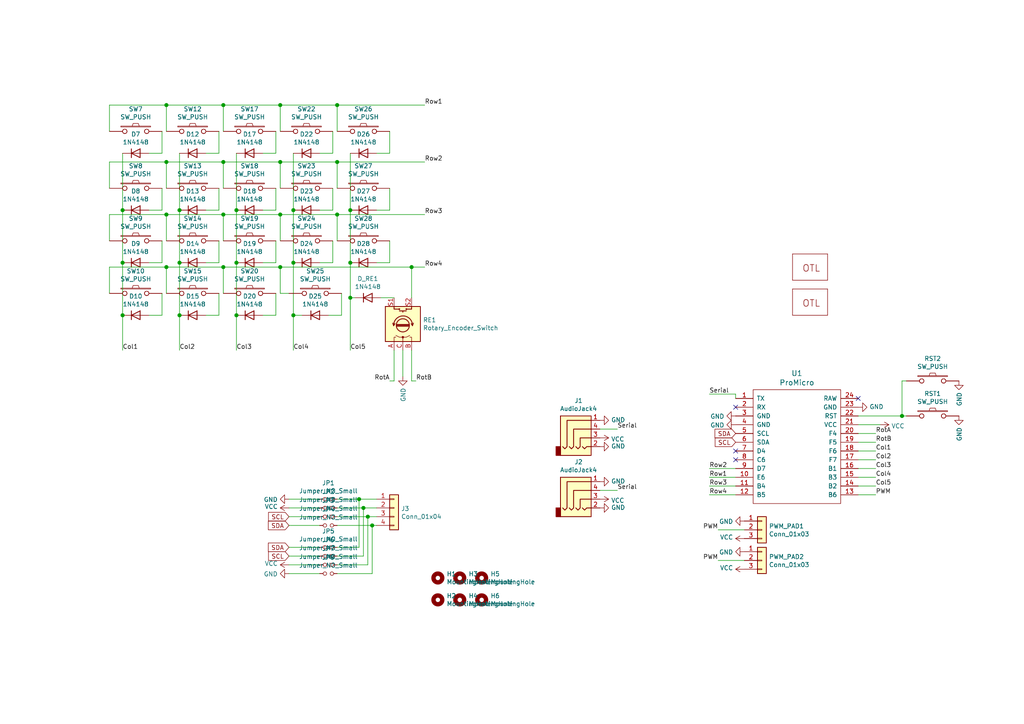
<source format=kicad_sch>
(kicad_sch (version 20210621) (generator eeschema)
  (paper "A4")
  (lib_symbols
    (symbol "Connector:AudioJack4"
      (property "Reference" "J" (at 0 8.89 0))
      (property "Value" "AudioJack4" (at 0 6.35 0))
      (symbol "AudioJack4_0_1"
        (rectangle (start -6.35 -5.08) (end -7.62 -7.62) (stroke (width 0.254)) (fill (type outline)))
        (rectangle (start 2.54 3.81) (end -6.35 -7.62) (stroke (width 0.254)) (fill (type background)))
        (polyline (pts (xy 0 -5.08) (xy 0.635 -5.715) (xy 1.27 -5.08) (xy 2.54 -5.08)) (stroke (width 0.254)))
        (polyline (pts (xy -5.715 -5.08) (xy -5.08 -5.715) (xy -4.445 -5.08) (xy -4.445 2.54) (xy 2.54 2.54)) (stroke (width 0.254)))
        (polyline (pts (xy -1.905 -5.08) (xy -1.27 -5.715) (xy -0.635 -5.08) (xy -0.635 -2.54) (xy 2.54 -2.54)) (stroke (width 0.254)))
        (polyline (pts (xy 2.54 0) (xy -2.54 0) (xy -2.54 -5.08) (xy -3.175 -5.715) (xy -3.81 -5.08)) (stroke (width 0.254)))
      )
      (symbol "AudioJack4_1_1"
        (pin passive line (at 5.08 2.54 180) (length 2.54) (name "~") (number "1"))
        (pin passive line (at 5.08 -5.08 180) (length 2.54) (name "~") (number "2"))
        (pin passive line (at 5.08 -2.54 180) (length 2.54) (name "~") (number "3"))
        (pin passive line (at 5.08 0 180) (length 2.54) (name "~") (number "4"))
      )
    )
    (symbol "Connector_Generic:Conn_01x03" (pin_names (offset 1.016) hide)
      (property "Reference" "J" (at 0 5.08 0))
      (property "Value" "Conn_01x03" (at 0 -5.08 0))
      (symbol "Conn_01x03_1_1"
        (rectangle (start -1.27 -2.413) (end 0 -2.667) (stroke (width 0.1524)))
        (rectangle (start -1.27 0.127) (end 0 -0.127) (stroke (width 0.1524)))
        (rectangle (start -1.27 2.667) (end 0 2.413) (stroke (width 0.1524)))
        (rectangle (start -1.27 3.81) (end 1.27 -3.81) (stroke (width 0.254)) (fill (type background)))
        (pin passive line (at -5.08 2.54 0) (length 3.81) (name "Pin_1") (number "1"))
        (pin passive line (at -5.08 0 0) (length 3.81) (name "Pin_2") (number "2"))
        (pin passive line (at -5.08 -2.54 0) (length 3.81) (name "Pin_3") (number "3"))
      )
    )
    (symbol "Connector_Generic:Conn_01x04" (pin_names (offset 1.016) hide)
      (property "Reference" "J" (at 0 5.08 0))
      (property "Value" "Conn_01x04" (at 0 -7.62 0))
      (symbol "Conn_01x04_1_1"
        (rectangle (start -1.27 -4.953) (end 0 -5.207) (stroke (width 0.1524)))
        (rectangle (start -1.27 -2.413) (end 0 -2.667) (stroke (width 0.1524)))
        (rectangle (start -1.27 0.127) (end 0 -0.127) (stroke (width 0.1524)))
        (rectangle (start -1.27 2.667) (end 0 2.413) (stroke (width 0.1524)))
        (rectangle (start -1.27 3.81) (end 1.27 -6.35) (stroke (width 0.254)) (fill (type background)))
        (pin passive line (at -5.08 2.54 0) (length 3.81) (name "Pin_1") (number "1"))
        (pin passive line (at -5.08 0 0) (length 3.81) (name "Pin_2") (number "2"))
        (pin passive line (at -5.08 -2.54 0) (length 3.81) (name "Pin_3") (number "3"))
        (pin passive line (at -5.08 -5.08 0) (length 3.81) (name "Pin_4") (number "4"))
      )
    )
    (symbol "Device:Jumper_NO_Small" (pin_numbers hide) (pin_names (offset 0.762) hide)
      (property "Reference" "JP" (at 0 2.032 0))
      (property "Value" "Jumper_NO_Small" (at 0.254 -1.524 0))
      (symbol "Jumper_NO_Small_0_1"
        (circle (center -1.016 0) (radius 0.508))
        (circle (center 1.016 0) (radius 0.508))
        (pin passive line (at -2.54 0 0) (length 1.016) (name "1") (number "1"))
        (pin passive line (at 2.54 0 180) (length 1.016) (name "2") (number "2"))
      )
    )
    (symbol "Device:Rotary_Encoder_Switch" (pin_names (offset 0.254) hide)
      (property "Reference" "SW" (at 0 6.604 0))
      (property "Value" "Rotary_Encoder_Switch" (at 0 -6.604 0))
      (symbol "Rotary_Encoder_Switch_0_1"
        (arc (start -0.381 -2.794) (end -0.381 2.667) (radius (at -0.381 -0.0508) (length 2.7432) (angles -89.9 89.9)) (stroke (width 0.254)))
        (circle (center -0.381 0) (radius 1.905) (stroke (width 0.254)))
        (circle (center 4.318 -1.016) (radius 0.127) (stroke (width 0.254)))
        (circle (center 4.318 1.016) (radius 0.127) (stroke (width 0.254)))
        (circle (center -3.81 0) (radius 0.254) (fill (type outline)))
        (rectangle (start -5.08 5.08) (end 5.08 -5.08) (stroke (width 0.254)) (fill (type background)))
        (polyline (pts (xy -0.635 -1.778) (xy -0.635 1.778)) (stroke (width 0.254)))
        (polyline (pts (xy -0.381 -1.778) (xy -0.381 1.778)) (stroke (width 0.254)))
        (polyline (pts (xy -0.127 1.778) (xy -0.127 -1.778)) (stroke (width 0.254)))
        (polyline (pts (xy 3.81 0) (xy 3.429 0)) (stroke (width 0.254)))
        (polyline (pts (xy 3.81 1.016) (xy 3.81 -1.016)) (stroke (width 0.254)))
        (polyline (pts (xy -5.08 -2.54) (xy -3.81 -2.54) (xy -3.81 -2.032)))
        (polyline (pts (xy -5.08 2.54) (xy -3.81 2.54) (xy -3.81 2.032)))
        (polyline (pts (xy 0.254 -3.048) (xy -0.508 -2.794) (xy 0.127 -2.413)) (stroke (width 0.254)))
        (polyline (pts (xy 0.254 2.921) (xy -0.508 2.667) (xy 0.127 2.286)) (stroke (width 0.254)))
        (polyline (pts (xy 5.08 -2.54) (xy 4.318 -2.54) (xy 4.318 -1.016)) (stroke (width 0.254)))
        (polyline (pts (xy 5.08 2.54) (xy 4.318 2.54) (xy 4.318 1.016)) (stroke (width 0.254)))
        (polyline (pts (xy -5.08 0) (xy -3.81 0) (xy -3.81 -1.016) (xy -3.302 -2.032)))
        (polyline (pts (xy -4.318 0) (xy -3.81 0) (xy -3.81 1.016) (xy -3.302 2.032)))
      )
      (symbol "Rotary_Encoder_Switch_1_1"
        (pin passive line (at -7.62 2.54 0) (length 2.54) (name "A") (number "A"))
        (pin passive line (at -7.62 -2.54 0) (length 2.54) (name "B") (number "B"))
        (pin passive line (at -7.62 0 0) (length 2.54) (name "C") (number "C"))
        (pin passive line (at 7.62 2.54 180) (length 2.54) (name "S1") (number "S1"))
        (pin passive line (at 7.62 -2.54 180) (length 2.54) (name "S2") (number "S2"))
      )
    )
    (symbol "Diode:1N4148" (pin_numbers hide) (pin_names (offset 1.016) hide)
      (property "Reference" "D" (at 0 2.54 0))
      (property "Value" "1N4148" (at 0 -2.54 0))
      (symbol "1N4148_0_1"
        (polyline (pts (xy -1.27 1.27) (xy -1.27 -1.27)) (stroke (width 0.254)))
        (polyline (pts (xy 1.27 0) (xy -1.27 0)))
        (polyline (pts (xy 1.27 1.27) (xy 1.27 -1.27) (xy -1.27 0) (xy 1.27 1.27)) (stroke (width 0.254)))
      )
      (symbol "1N4148_1_1"
        (pin passive line (at -3.81 0 0) (length 2.54) (name "K") (number "1"))
        (pin passive line (at 3.81 0 180) (length 2.54) (name "A") (number "2"))
      )
    )
    (symbol "Mechanical:MountingHole" (pin_names (offset 1.016))
      (property "Reference" "H" (at 0 5.08 0))
      (property "Value" "MountingHole" (at 0 3.175 0))
      (symbol "MountingHole_0_1"
        (circle (center 0 0) (radius 1.27) (stroke (width 1.27)))
      )
    )
    (symbol "SparkFun-Aesthetics:LOGO-OTL" (pin_numbers hide) (pin_names (offset 1.016) hide)
      (symbol "LOGO-OTL_1_0"
        (text "OTL" (at 0.3556 -1.5748 0) (effects (font (size 1.9304 1.9304))))
        (polyline (pts (xy -5.08 -5.08) (xy 5.08 -5.08)))
        (polyline (pts (xy -5.08 2.54) (xy -5.08 -5.08)))
        (polyline (pts (xy 5.08 -5.08) (xy 5.08 2.54)))
        (polyline (pts (xy 5.08 2.54) (xy -5.08 2.54)))
      )
    )
    (symbol "keyboard_parts:SW_PUSH" (pin_numbers hide) (pin_names (offset 1.016) hide)
      (property "Reference" "SW" (at 3.81 2.794 0))
      (property "Value" "SW_PUSH" (at 0 -2.032 0))
      (symbol "SW_PUSH_0_1"
        (rectangle (start -4.318 1.27) (end 4.318 1.524))
        (polyline (pts (xy -1.016 1.524) (xy -0.762 2.286) (xy 0.762 2.286) (xy 1.016 1.524)))
        (pin passive inverted (at -7.62 0 0) (length 5.08) (name "1") (number "1"))
        (pin passive inverted (at 7.62 0 180) (length 5.08) (name "2") (number "2"))
      )
    )
    (symbol "power:GND" (power) (pin_names (offset 0))
      (property "Value" "GND" (at 0 -3.81 0))
      (symbol "GND_0_1"
        (polyline (pts (xy 0 0) (xy 0 -1.27) (xy 1.27 -1.27) (xy 0 -2.54) (xy -1.27 -1.27) (xy 0 -1.27)))
      )
      (symbol "GND_1_1"
        (pin power_in line (at 0 0 270) (length 0) hide (name "GND") (number "1"))
      )
    )
    (symbol "power:VCC" (power) (pin_names (offset 0))
      (property "Value" "VCC" (at 0 3.81 0))
      (symbol "VCC_0_1"
        (polyline (pts (xy -0.762 1.27) (xy 0 2.54)))
        (polyline (pts (xy 0 0) (xy 0 2.54)))
        (polyline (pts (xy 0 2.54) (xy 0.762 1.27)))
      )
      (symbol "VCC_1_1"
        (pin power_in line (at 0 0 90) (length 0) hide (name "VCC") (number "1"))
      )
    )
    (symbol "promicro:ProMicro" (pin_names (offset 1.016))
      (property "Reference" "U" (at 0 24.13 0))
      (property "Value" "ProMicro" (at 0 -13.97 0))
      (symbol "ProMicro_0_1"
        (rectangle (start -12.7 21.59) (end 12.7 -11.43))
      )
      (symbol "ProMicro_1_1"
        (pin bidirectional line (at -17.78 19.05 0) (length 5.08) (name "TX") (number "1"))
        (pin bidirectional line (at -17.78 -3.81 0) (length 5.08) (name "E6") (number "10"))
        (pin bidirectional line (at -17.78 -6.35 0) (length 5.08) (name "B4") (number "11"))
        (pin bidirectional line (at -17.78 -8.89 0) (length 5.08) (name "B5") (number "12"))
        (pin bidirectional line (at 17.78 -8.89 180) (length 5.08) (name "B6") (number "13"))
        (pin bidirectional line (at 17.78 -6.35 180) (length 5.08) (name "B2") (number "14"))
        (pin bidirectional line (at 17.78 -3.81 180) (length 5.08) (name "B3") (number "15"))
        (pin bidirectional line (at 17.78 -1.27 180) (length 5.08) (name "B1") (number "16"))
        (pin bidirectional line (at 17.78 1.27 180) (length 5.08) (name "F7") (number "17"))
        (pin bidirectional line (at 17.78 3.81 180) (length 5.08) (name "F6") (number "18"))
        (pin bidirectional line (at 17.78 6.35 180) (length 5.08) (name "F5") (number "19"))
        (pin bidirectional line (at -17.78 16.51 0) (length 5.08) (name "RX") (number "2"))
        (pin bidirectional line (at 17.78 8.89 180) (length 5.08) (name "F4") (number "20"))
        (pin power_in line (at 17.78 11.43 180) (length 5.08) (name "VCC") (number "21"))
        (pin input line (at 17.78 13.97 180) (length 5.08) (name "RST") (number "22"))
        (pin power_in line (at 17.78 16.51 180) (length 5.08) (name "GND") (number "23"))
        (pin power_out line (at 17.78 19.05 180) (length 5.08) (name "RAW") (number "24"))
        (pin power_in line (at -17.78 13.97 0) (length 5.08) (name "GND") (number "3"))
        (pin power_in line (at -17.78 11.43 0) (length 5.08) (name "GND") (number "4"))
        (pin bidirectional line (at -17.78 8.89 0) (length 5.08) (name "SCL") (number "5"))
        (pin bidirectional line (at -17.78 6.35 0) (length 5.08) (name "SDA") (number "6"))
        (pin bidirectional line (at -17.78 3.81 0) (length 5.08) (name "D4") (number "7"))
        (pin bidirectional line (at -17.78 1.27 0) (length 5.08) (name "C6") (number "8"))
        (pin bidirectional line (at -17.78 -1.27 0) (length 5.08) (name "D7") (number "9"))
      )
    )
  )
  (junction (at 35.56 60.96) (diameter 1.016))
  (junction (at 35.56 76.2) (diameter 1.016))
  (junction (at 35.56 91.44) (diameter 1.016))
  (junction (at 48.26 30.48) (diameter 1.016))
  (junction (at 48.26 46.99) (diameter 1.016))
  (junction (at 48.26 62.23) (diameter 1.016))
  (junction (at 48.26 77.47) (diameter 1.016))
  (junction (at 52.07 60.96) (diameter 1.016))
  (junction (at 52.07 76.2) (diameter 1.016))
  (junction (at 52.07 91.44) (diameter 1.016))
  (junction (at 64.77 30.48) (diameter 1.016))
  (junction (at 64.77 46.99) (diameter 1.016))
  (junction (at 64.77 62.23) (diameter 1.016))
  (junction (at 64.77 77.47) (diameter 1.016))
  (junction (at 68.58 60.96) (diameter 1.016))
  (junction (at 68.58 76.2) (diameter 1.016))
  (junction (at 68.58 91.44) (diameter 1.016))
  (junction (at 81.28 30.48) (diameter 1.016))
  (junction (at 81.28 46.99) (diameter 1.016))
  (junction (at 81.28 62.23) (diameter 1.016))
  (junction (at 81.28 77.47) (diameter 1.016))
  (junction (at 85.09 60.96) (diameter 1.016))
  (junction (at 85.09 76.2) (diameter 1.016))
  (junction (at 85.09 91.44) (diameter 1.016))
  (junction (at 97.79 30.48) (diameter 1.016))
  (junction (at 97.79 46.99) (diameter 1.016))
  (junction (at 97.79 62.23) (diameter 1.016))
  (junction (at 101.6 60.96) (diameter 1.016))
  (junction (at 101.6 76.2) (diameter 1.016))
  (junction (at 101.6 86.36) (diameter 1.016))
  (junction (at 104.14 144.78) (diameter 1.016))
  (junction (at 105.41 147.32) (diameter 1.016))
  (junction (at 106.68 149.86) (diameter 1.016))
  (junction (at 107.95 152.4) (diameter 1.016))
  (junction (at 119.38 77.47) (diameter 1.016))
  (junction (at 261.62 120.65) (diameter 1.016))
  (no_connect (at 213.36 118.11))
  (no_connect (at 213.36 130.81))
  (no_connect (at 213.36 133.35))
  (no_connect (at 248.92 115.57))
  (wire (pts (xy 31.75 30.48) (xy 48.26 30.48)))
  (wire (pts (xy 31.75 38.1) (xy 31.75 30.48)))
  (wire (pts (xy 31.75 46.99) (xy 48.26 46.99)))
  (wire (pts (xy 31.75 54.61) (xy 31.75 46.99)))
  (wire (pts (xy 31.75 62.23) (xy 48.26 62.23)))
  (wire (pts (xy 31.75 69.85) (xy 31.75 62.23)))
  (wire (pts (xy 31.75 77.47) (xy 48.26 77.47)))
  (wire (pts (xy 31.75 85.09) (xy 31.75 77.47)))
  (wire (pts (xy 35.56 60.96) (xy 35.56 44.45)))
  (wire (pts (xy 35.56 60.96) (xy 35.56 76.2)))
  (wire (pts (xy 35.56 91.44) (xy 35.56 76.2)))
  (wire (pts (xy 35.56 91.44) (xy 35.56 101.6)))
  (wire (pts (xy 46.99 38.1) (xy 46.99 44.45)))
  (wire (pts (xy 46.99 44.45) (xy 43.18 44.45)))
  (wire (pts (xy 46.99 54.61) (xy 46.99 60.96)))
  (wire (pts (xy 46.99 60.96) (xy 43.18 60.96)))
  (wire (pts (xy 46.99 69.85) (xy 46.99 76.2)))
  (wire (pts (xy 46.99 76.2) (xy 43.18 76.2)))
  (wire (pts (xy 46.99 85.09) (xy 46.99 91.44)))
  (wire (pts (xy 46.99 91.44) (xy 43.18 91.44)))
  (wire (pts (xy 48.26 30.48) (xy 64.77 30.48)))
  (wire (pts (xy 48.26 38.1) (xy 48.26 30.48)))
  (wire (pts (xy 48.26 46.99) (xy 64.77 46.99)))
  (wire (pts (xy 48.26 54.61) (xy 48.26 46.99)))
  (wire (pts (xy 48.26 62.23) (xy 64.77 62.23)))
  (wire (pts (xy 48.26 69.85) (xy 48.26 62.23)))
  (wire (pts (xy 48.26 77.47) (xy 64.77 77.47)))
  (wire (pts (xy 48.26 85.09) (xy 48.26 77.47)))
  (wire (pts (xy 52.07 44.45) (xy 52.07 60.96)))
  (wire (pts (xy 52.07 60.96) (xy 52.07 76.2)))
  (wire (pts (xy 52.07 91.44) (xy 52.07 76.2)))
  (wire (pts (xy 52.07 91.44) (xy 52.07 101.6)))
  (wire (pts (xy 63.5 38.1) (xy 63.5 44.45)))
  (wire (pts (xy 63.5 44.45) (xy 59.69 44.45)))
  (wire (pts (xy 63.5 54.61) (xy 63.5 60.96)))
  (wire (pts (xy 63.5 60.96) (xy 59.69 60.96)))
  (wire (pts (xy 63.5 69.85) (xy 63.5 76.2)))
  (wire (pts (xy 63.5 76.2) (xy 59.69 76.2)))
  (wire (pts (xy 63.5 85.09) (xy 63.5 91.44)))
  (wire (pts (xy 63.5 91.44) (xy 59.69 91.44)))
  (wire (pts (xy 64.77 30.48) (xy 81.28 30.48)))
  (wire (pts (xy 64.77 38.1) (xy 64.77 30.48)))
  (wire (pts (xy 64.77 46.99) (xy 81.28 46.99)))
  (wire (pts (xy 64.77 54.61) (xy 64.77 46.99)))
  (wire (pts (xy 64.77 62.23) (xy 81.28 62.23)))
  (wire (pts (xy 64.77 69.85) (xy 64.77 62.23)))
  (wire (pts (xy 64.77 77.47) (xy 81.28 77.47)))
  (wire (pts (xy 64.77 85.09) (xy 64.77 77.47)))
  (wire (pts (xy 68.58 44.45) (xy 68.58 60.96)))
  (wire (pts (xy 68.58 60.96) (xy 68.58 76.2)))
  (wire (pts (xy 68.58 76.2) (xy 68.58 91.44)))
  (wire (pts (xy 68.58 91.44) (xy 68.58 101.6)))
  (wire (pts (xy 80.01 38.1) (xy 80.01 44.45)))
  (wire (pts (xy 80.01 44.45) (xy 76.2 44.45)))
  (wire (pts (xy 80.01 54.61) (xy 80.01 60.96)))
  (wire (pts (xy 80.01 60.96) (xy 76.2 60.96)))
  (wire (pts (xy 80.01 69.85) (xy 80.01 76.2)))
  (wire (pts (xy 80.01 76.2) (xy 76.2 76.2)))
  (wire (pts (xy 80.01 85.09) (xy 80.01 91.44)))
  (wire (pts (xy 80.01 91.44) (xy 76.2 91.44)))
  (wire (pts (xy 81.28 30.48) (xy 97.79 30.48)))
  (wire (pts (xy 81.28 38.1) (xy 81.28 30.48)))
  (wire (pts (xy 81.28 46.99) (xy 97.79 46.99)))
  (wire (pts (xy 81.28 54.61) (xy 81.28 46.99)))
  (wire (pts (xy 81.28 62.23) (xy 97.79 62.23)))
  (wire (pts (xy 81.28 69.85) (xy 81.28 62.23)))
  (wire (pts (xy 81.28 77.47) (xy 81.28 85.09)))
  (wire (pts (xy 81.28 77.47) (xy 119.38 77.47)))
  (wire (pts (xy 81.28 85.09) (xy 83.82 85.09)))
  (wire (pts (xy 85.09 60.96) (xy 85.09 44.45)))
  (wire (pts (xy 85.09 60.96) (xy 85.09 76.2)))
  (wire (pts (xy 85.09 76.2) (xy 85.09 91.44)))
  (wire (pts (xy 85.09 91.44) (xy 85.09 101.6)))
  (wire (pts (xy 87.63 91.44) (xy 85.09 91.44)))
  (wire (pts (xy 92.71 144.78) (xy 83.82 144.78)))
  (wire (pts (xy 92.71 147.32) (xy 83.82 147.32)))
  (wire (pts (xy 92.71 149.86) (xy 83.82 149.86)))
  (wire (pts (xy 92.71 152.4) (xy 83.82 152.4)))
  (wire (pts (xy 92.71 158.75) (xy 83.82 158.75)))
  (wire (pts (xy 92.71 161.29) (xy 83.82 161.29)))
  (wire (pts (xy 92.71 163.83) (xy 83.82 163.83)))
  (wire (pts (xy 92.71 166.37) (xy 83.82 166.37)))
  (wire (pts (xy 96.52 38.1) (xy 96.52 44.45)))
  (wire (pts (xy 96.52 44.45) (xy 92.71 44.45)))
  (wire (pts (xy 96.52 54.61) (xy 96.52 60.96)))
  (wire (pts (xy 96.52 60.96) (xy 92.71 60.96)))
  (wire (pts (xy 96.52 69.85) (xy 96.52 76.2)))
  (wire (pts (xy 96.52 76.2) (xy 92.71 76.2)))
  (wire (pts (xy 97.79 30.48) (xy 123.19 30.48)))
  (wire (pts (xy 97.79 38.1) (xy 97.79 30.48)))
  (wire (pts (xy 97.79 46.99) (xy 123.19 46.99)))
  (wire (pts (xy 97.79 54.61) (xy 97.79 46.99)))
  (wire (pts (xy 97.79 62.23) (xy 123.19 62.23)))
  (wire (pts (xy 97.79 69.85) (xy 97.79 62.23)))
  (wire (pts (xy 97.79 149.86) (xy 106.68 149.86)))
  (wire (pts (xy 99.06 85.09) (xy 99.06 91.44)))
  (wire (pts (xy 99.06 91.44) (xy 95.25 91.44)))
  (wire (pts (xy 101.6 60.96) (xy 101.6 44.45)))
  (wire (pts (xy 101.6 60.96) (xy 101.6 76.2)))
  (wire (pts (xy 101.6 76.2) (xy 101.6 86.36)))
  (wire (pts (xy 101.6 86.36) (xy 101.6 101.6)))
  (wire (pts (xy 102.87 86.36) (xy 101.6 86.36)))
  (wire (pts (xy 104.14 144.78) (xy 97.79 144.78)))
  (wire (pts (xy 104.14 144.78) (xy 104.14 158.75)))
  (wire (pts (xy 104.14 158.75) (xy 97.79 158.75)))
  (wire (pts (xy 105.41 147.32) (xy 97.79 147.32)))
  (wire (pts (xy 105.41 147.32) (xy 105.41 161.29)))
  (wire (pts (xy 105.41 161.29) (xy 97.79 161.29)))
  (wire (pts (xy 106.68 149.86) (xy 106.68 163.83)))
  (wire (pts (xy 106.68 149.86) (xy 109.22 149.86)))
  (wire (pts (xy 106.68 163.83) (xy 97.79 163.83)))
  (wire (pts (xy 107.95 152.4) (xy 97.79 152.4)))
  (wire (pts (xy 107.95 152.4) (xy 107.95 166.37)))
  (wire (pts (xy 107.95 166.37) (xy 97.79 166.37)))
  (wire (pts (xy 109.22 144.78) (xy 104.14 144.78)))
  (wire (pts (xy 109.22 147.32) (xy 105.41 147.32)))
  (wire (pts (xy 109.22 152.4) (xy 107.95 152.4)))
  (wire (pts (xy 113.03 38.1) (xy 113.03 44.45)))
  (wire (pts (xy 113.03 44.45) (xy 109.22 44.45)))
  (wire (pts (xy 113.03 54.61) (xy 113.03 60.96)))
  (wire (pts (xy 113.03 60.96) (xy 109.22 60.96)))
  (wire (pts (xy 113.03 69.85) (xy 113.03 76.2)))
  (wire (pts (xy 113.03 76.2) (xy 109.22 76.2)))
  (wire (pts (xy 114.3 86.36) (xy 110.49 86.36)))
  (wire (pts (xy 114.3 101.6) (xy 114.3 110.49)))
  (wire (pts (xy 114.3 110.49) (xy 113.03 110.49)))
  (wire (pts (xy 116.84 101.6) (xy 116.84 109.22)))
  (wire (pts (xy 119.38 77.47) (xy 119.38 86.36)))
  (wire (pts (xy 119.38 77.47) (xy 123.19 77.47)))
  (wire (pts (xy 119.38 101.6) (xy 119.38 110.49)))
  (wire (pts (xy 119.38 110.49) (xy 120.65 110.49)))
  (wire (pts (xy 173.99 124.46) (xy 179.07 124.46)))
  (wire (pts (xy 173.99 142.24) (xy 179.07 142.24)))
  (wire (pts (xy 205.74 114.3) (xy 213.36 114.3)))
  (wire (pts (xy 205.74 135.89) (xy 213.36 135.89)))
  (wire (pts (xy 205.74 138.43) (xy 213.36 138.43)))
  (wire (pts (xy 205.74 140.97) (xy 213.36 140.97)))
  (wire (pts (xy 205.74 143.51) (xy 213.36 143.51)))
  (wire (pts (xy 208.28 153.67) (xy 215.9 153.67)))
  (wire (pts (xy 208.28 162.56) (xy 215.9 162.56)))
  (wire (pts (xy 213.36 114.3) (xy 213.36 115.57)))
  (wire (pts (xy 248.92 120.65) (xy 261.62 120.65)))
  (wire (pts (xy 248.92 123.19) (xy 255.27 123.19)))
  (wire (pts (xy 248.92 125.73) (xy 254 125.73)))
  (wire (pts (xy 248.92 128.27) (xy 254 128.27)))
  (wire (pts (xy 248.92 130.81) (xy 254 130.81)))
  (wire (pts (xy 248.92 133.35) (xy 254 133.35)))
  (wire (pts (xy 248.92 135.89) (xy 254 135.89)))
  (wire (pts (xy 248.92 138.43) (xy 254 138.43)))
  (wire (pts (xy 248.92 140.97) (xy 254 140.97)))
  (wire (pts (xy 248.92 143.51) (xy 254 143.51)))
  (wire (pts (xy 261.62 110.49) (xy 262.89 110.49)))
  (wire (pts (xy 261.62 120.65) (xy 261.62 110.49)))
  (wire (pts (xy 261.62 120.65) (xy 262.89 120.65)))
  (label "Col1" (at 35.56 101.6 0))
  (label "Col2" (at 52.07 101.6 0))
  (label "Col3" (at 68.58 101.6 0))
  (label "Col4" (at 85.09 101.6 0))
  (label "Col5" (at 101.6 101.6 0))
  (label "RotA" (at 113.03 110.49 180))
  (label "RotB" (at 120.65 110.49 0))
  (label "Row1" (at 123.19 30.48 0))
  (label "Row2" (at 123.19 46.99 0))
  (label "Row3" (at 123.19 62.23 0))
  (label "Row4" (at 123.19 77.47 0))
  (label "Serial" (at 179.07 124.46 0))
  (label "Serial" (at 179.07 142.24 0))
  (label "Serial" (at 205.74 114.3 0))
  (label "Row2" (at 205.74 135.89 0))
  (label "Row1" (at 205.74 138.43 0))
  (label "Row3" (at 205.74 140.97 0))
  (label "Row4" (at 205.74 143.51 0))
  (label "PWM" (at 208.28 153.67 180))
  (label "PWM" (at 208.28 162.56 180))
  (label "RotA" (at 254 125.73 0))
  (label "RotB" (at 254 128.27 0))
  (label "Col1" (at 254 130.81 0))
  (label "Col2" (at 254 133.35 0))
  (label "Col3" (at 254 135.89 0))
  (label "Col4" (at 254 138.43 0))
  (label "Col5" (at 254 140.97 0))
  (label "PWM" (at 254 143.51 0))
  (global_label "SCL" (shape input) (at 83.82 149.86 180) (property "Intersheet References" "${INTERSHEET_REFS}" (effects hide)))
  (global_label "SDA" (shape input) (at 83.82 152.4 180) (property "Intersheet References" "${INTERSHEET_REFS}" (effects hide)))
  (global_label "SDA" (shape input) (at 83.82 158.75 180) (property "Intersheet References" "${INTERSHEET_REFS}" (effects hide)))
  (global_label "SCL" (shape input) (at 83.82 161.29 180) (property "Intersheet References" "${INTERSHEET_REFS}" (effects hide)))
  (global_label "SDA" (shape input) (at 213.36 125.73 180) (property "Intersheet References" "${INTERSHEET_REFS}" (effects hide)))
  (global_label "SCL" (shape input) (at 213.36 128.27 180) (property "Intersheet References" "${INTERSHEET_REFS}" (effects hide)))
  (symbol (lib_id "power:VCC") (at 83.82 147.32 90) (unit 1)
    (property "Reference" "#PWR0105" (effects hide))
    (property "Value" "VCC" (at 80.5942 146.939 90) (effects (justify left)))
  )
  (symbol (lib_id "power:VCC") (at 83.82 163.83 90) (unit 1)
    (property "Reference" "#PWR0107" (effects hide))
    (property "Value" "VCC" (at 80.5942 163.449 90) (effects (justify left)))
  )
  (symbol (lib_id "power:VCC") (at 173.99 127 270) (unit 1)
    (property "Reference" "#PWR0104" (effects hide))
    (property "Value" "VCC" (at 177.2412 127.381 90) (effects (justify left)))
  )
  (symbol (lib_id "power:VCC") (at 173.99 144.78 270) (unit 1)
    (property "Reference" "#PWR0103" (effects hide))
    (property "Value" "VCC" (at 177.2412 145.161 90) (effects (justify left)))
  )
  (symbol (lib_id "power:VCC") (at 215.9 156.21 90) (unit 1)
    (property "Reference" "#PWR0117" (effects hide))
    (property "Value" "VCC" (at 212.6488 155.829 90) (effects (justify left)))
  )
  (symbol (lib_id "power:VCC") (at 215.9 165.1 90) (unit 1)
    (property "Reference" "#PWR0120" (effects hide))
    (property "Value" "VCC" (at 212.6488 164.719 90) (effects (justify left)))
  )
  (symbol (lib_id "power:VCC") (at 255.27 123.19 270) (unit 1)
    (property "Reference" "#PWR0115" (effects hide))
    (property "Value" "VCC" (at 258.5212 123.571 90) (effects (justify left)))
  )
  (symbol (lib_id "Device:Jumper_NO_Small") (at 95.25 144.78 0) (unit 1)
    (property "Reference" "JP1" (at 95.25 140.081 0))
    (property "Value" "Jumper_NO_Small" (at 95.25 142.3924 0))
    (property "Footprint" "SparkFun-Passives:PAD-JUMPER-2-NO_NO_SILK" (effects hide))
  )
  (symbol (lib_id "Device:Jumper_NO_Small") (at 95.25 147.32 0) (unit 1)
    (property "Reference" "JP2" (at 95.25 142.621 0))
    (property "Value" "Jumper_NO_Small" (at 95.25 144.9324 0))
    (property "Footprint" "SparkFun-Passives:PAD-JUMPER-2-NO_NO_SILK" (effects hide))
  )
  (symbol (lib_id "Device:Jumper_NO_Small") (at 95.25 149.86 0) (unit 1)
    (property "Reference" "JP3" (at 95.25 145.161 0))
    (property "Value" "Jumper_NO_Small" (at 95.25 147.4724 0))
    (property "Footprint" "SparkFun-Passives:PAD-JUMPER-2-NO_NO_SILK" (effects hide))
  )
  (symbol (lib_id "Device:Jumper_NO_Small") (at 95.25 152.4 0) (unit 1)
    (property "Reference" "JP4" (at 95.25 147.701 0))
    (property "Value" "Jumper_NO_Small" (at 95.25 150.0124 0))
    (property "Footprint" "SparkFun-Passives:PAD-JUMPER-2-NO_NO_SILK" (effects hide))
  )
  (symbol (lib_id "Device:Jumper_NO_Small") (at 95.25 158.75 0) (unit 1)
    (property "Reference" "JP5" (at 95.25 154.051 0))
    (property "Value" "Jumper_NO_Small" (at 95.25 156.3624 0))
    (property "Footprint" "SparkFun-Passives:PAD-JUMPER-2-NO_NO_SILK" (effects hide))
  )
  (symbol (lib_id "Device:Jumper_NO_Small") (at 95.25 161.29 0) (unit 1)
    (property "Reference" "JP6" (at 95.25 156.591 0))
    (property "Value" "Jumper_NO_Small" (at 95.25 158.9024 0))
    (property "Footprint" "SparkFun-Passives:PAD-JUMPER-2-NO_NO_SILK" (effects hide))
  )
  (symbol (lib_id "Device:Jumper_NO_Small") (at 95.25 163.83 0) (unit 1)
    (property "Reference" "JP7" (at 95.25 159.131 0))
    (property "Value" "Jumper_NO_Small" (at 95.25 161.4424 0))
    (property "Footprint" "SparkFun-Passives:PAD-JUMPER-2-NO_NO_SILK" (effects hide))
  )
  (symbol (lib_id "Device:Jumper_NO_Small") (at 95.25 166.37 0) (unit 1)
    (property "Reference" "JP8" (at 95.25 161.671 0))
    (property "Value" "Jumper_NO_Small" (at 95.25 163.9824 0))
    (property "Footprint" "SparkFun-Passives:PAD-JUMPER-2-NO_NO_SILK" (effects hide))
  )
  (symbol (lib_id "power:GND") (at 83.82 144.78 270) (unit 1)
    (property "Reference" "#PWR0106" (effects hide))
    (property "Value" "GND" (at 80.5688 144.907 90) (effects (justify right)))
  )
  (symbol (lib_id "power:GND") (at 83.82 166.37 270) (unit 1)
    (property "Reference" "#PWR0108" (effects hide))
    (property "Value" "GND" (at 80.5688 166.497 90) (effects (justify right)))
  )
  (symbol (lib_id "power:GND") (at 116.84 109.22 0) (unit 1)
    (property "Reference" "#PWR0121" (effects hide))
    (property "Value" "GND" (at 116.967 112.4712 90) (effects (justify right)))
  )
  (symbol (lib_id "power:GND") (at 173.99 121.92 90) (unit 1)
    (property "Reference" "#PWR0101" (effects hide))
    (property "Value" "GND" (at 177.2412 121.793 90) (effects (justify right)))
  )
  (symbol (lib_id "power:GND") (at 173.99 129.54 90) (unit 1)
    (property "Reference" "#PWR0109" (effects hide))
    (property "Value" "GND" (at 177.2412 129.413 90) (effects (justify right)))
  )
  (symbol (lib_id "power:GND") (at 173.99 139.7 90) (unit 1)
    (property "Reference" "#PWR0102" (effects hide))
    (property "Value" "GND" (at 177.2412 139.573 90) (effects (justify right)))
  )
  (symbol (lib_id "power:GND") (at 173.99 147.32 90) (unit 1)
    (property "Reference" "#PWR0110" (effects hide))
    (property "Value" "GND" (at 177.2412 147.193 90) (effects (justify right)))
  )
  (symbol (lib_id "power:GND") (at 213.36 120.65 270) (unit 1)
    (property "Reference" "#PWR0111" (effects hide))
    (property "Value" "GND" (at 210.1088 120.777 90) (effects (justify right)))
  )
  (symbol (lib_id "power:GND") (at 213.36 123.19 270) (unit 1)
    (property "Reference" "#PWR0112" (effects hide))
    (property "Value" "GND" (at 210.1088 123.317 90) (effects (justify right)))
  )
  (symbol (lib_id "power:GND") (at 215.9 151.13 270) (unit 1)
    (property "Reference" "#PWR0116" (effects hide))
    (property "Value" "GND" (at 212.6488 151.257 90) (effects (justify right)))
  )
  (symbol (lib_id "power:GND") (at 215.9 160.02 270) (unit 1)
    (property "Reference" "#PWR0119" (effects hide))
    (property "Value" "GND" (at 212.6488 160.147 90) (effects (justify right)))
  )
  (symbol (lib_id "power:GND") (at 248.92 118.11 90) (unit 1)
    (property "Reference" "#PWR0113" (effects hide))
    (property "Value" "GND" (at 252.1712 117.983 90) (effects (justify right)))
  )
  (symbol (lib_id "power:GND") (at 278.13 110.49 0) (unit 1)
    (property "Reference" "#PWR0118" (effects hide))
    (property "Value" "GND" (at 278.257 113.7412 90) (effects (justify right)))
  )
  (symbol (lib_id "power:GND") (at 278.13 120.65 0) (unit 1)
    (property "Reference" "#PWR0114" (effects hide))
    (property "Value" "GND" (at 278.257 123.9012 90) (effects (justify right)))
  )
  (symbol (lib_id "Mechanical:MountingHole") (at 127 167.64 0) (unit 1)
    (property "Reference" "H1" (at 129.54 166.4716 0) (effects (justify left)))
    (property "Value" "MountingHole" (at 129.54 168.783 0) (effects (justify left)))
    (property "Footprint" "MountingHole:MountingHole_2.2mm_M2" (effects hide))
  )
  (symbol (lib_id "Mechanical:MountingHole") (at 127 173.99 0) (unit 1)
    (property "Reference" "H2" (at 129.54 172.8216 0) (effects (justify left)))
    (property "Value" "MountingHole" (at 129.54 175.133 0) (effects (justify left)))
    (property "Footprint" "MountingHole:MountingHole_2.2mm_M2" (effects hide))
  )
  (symbol (lib_id "Mechanical:MountingHole") (at 133.35 167.64 0) (unit 1)
    (property "Reference" "H3" (at 135.89 166.4716 0) (effects (justify left)))
    (property "Value" "MountingHole" (at 135.89 168.783 0) (effects (justify left)))
    (property "Footprint" "MountingHole:MountingHole_2.2mm_M2" (effects hide))
  )
  (symbol (lib_id "Mechanical:MountingHole") (at 133.35 173.99 0) (unit 1)
    (property "Reference" "H4" (at 135.89 172.8216 0) (effects (justify left)))
    (property "Value" "MountingHole" (at 135.89 175.133 0) (effects (justify left)))
    (property "Footprint" "MountingHole:MountingHole_2.2mm_M2" (effects hide))
  )
  (symbol (lib_id "Mechanical:MountingHole") (at 139.7 167.64 0) (unit 1)
    (property "Reference" "H5" (at 142.24 166.4716 0) (effects (justify left)))
    (property "Value" "MountingHole" (at 142.24 168.783 0) (effects (justify left)))
    (property "Footprint" "MountingHole:MountingHole_2.2mm_M2" (effects hide))
  )
  (symbol (lib_id "Mechanical:MountingHole") (at 139.7 173.99 0) (unit 1)
    (property "Reference" "H6" (at 142.24 172.8216 0) (effects (justify left)))
    (property "Value" "MountingHole" (at 142.24 175.133 0) (effects (justify left)))
    (property "Footprint" "MountingHole:MountingHole_2.2mm_M2" (effects hide))
  )
  (symbol (lib_id "Diode:1N4148") (at 39.37 44.45 0) (unit 1)
    (property "Reference" "D7" (at 39.37 38.9382 0))
    (property "Value" "1N4148" (at 39.37 41.2496 0))
    (property "Footprint" "Keebio-Parts:Diode-dual" (effects hide))
    (property "Datasheet" "https://assets.nexperia.com/documents/data-sheet/1N4148_1N4448.pdf" (effects hide))
  )
  (symbol (lib_id "Diode:1N4148") (at 39.37 60.96 0) (unit 1)
    (property "Reference" "D8" (at 39.37 55.4482 0))
    (property "Value" "1N4148" (at 39.37 57.7596 0))
    (property "Footprint" "Keebio-Parts:Diode-dual" (effects hide))
    (property "Datasheet" "https://assets.nexperia.com/documents/data-sheet/1N4148_1N4448.pdf" (effects hide))
  )
  (symbol (lib_id "Diode:1N4148") (at 39.37 76.2 0) (unit 1)
    (property "Reference" "D9" (at 39.37 70.6882 0))
    (property "Value" "1N4148" (at 39.37 72.9996 0))
    (property "Footprint" "Keebio-Parts:Diode-dual" (effects hide))
    (property "Datasheet" "https://assets.nexperia.com/documents/data-sheet/1N4148_1N4448.pdf" (effects hide))
  )
  (symbol (lib_id "Diode:1N4148") (at 39.37 91.44 0) (unit 1)
    (property "Reference" "D10" (at 39.37 85.9282 0))
    (property "Value" "1N4148" (at 39.37 88.2396 0))
    (property "Footprint" "Keebio-Parts:Diode-dual" (effects hide))
    (property "Datasheet" "https://assets.nexperia.com/documents/data-sheet/1N4148_1N4448.pdf" (effects hide))
  )
  (symbol (lib_id "Diode:1N4148") (at 55.88 44.45 0) (unit 1)
    (property "Reference" "D12" (at 55.88 38.9382 0))
    (property "Value" "1N4148" (at 55.88 41.2496 0))
    (property "Footprint" "Keebio-Parts:Diode-dual" (effects hide))
    (property "Datasheet" "https://assets.nexperia.com/documents/data-sheet/1N4148_1N4448.pdf" (effects hide))
  )
  (symbol (lib_id "Diode:1N4148") (at 55.88 60.96 0) (unit 1)
    (property "Reference" "D13" (at 55.88 55.4482 0))
    (property "Value" "1N4148" (at 55.88 57.7596 0))
    (property "Footprint" "Keebio-Parts:Diode-dual" (effects hide))
    (property "Datasheet" "https://assets.nexperia.com/documents/data-sheet/1N4148_1N4448.pdf" (effects hide))
  )
  (symbol (lib_id "Diode:1N4148") (at 55.88 76.2 0) (unit 1)
    (property "Reference" "D14" (at 55.88 70.6882 0))
    (property "Value" "1N4148" (at 55.88 72.9996 0))
    (property "Footprint" "Keebio-Parts:Diode-dual" (effects hide))
    (property "Datasheet" "https://assets.nexperia.com/documents/data-sheet/1N4148_1N4448.pdf" (effects hide))
  )
  (symbol (lib_id "Diode:1N4148") (at 55.88 91.44 0) (unit 1)
    (property "Reference" "D15" (at 55.88 85.9282 0))
    (property "Value" "1N4148" (at 55.88 88.2396 0))
    (property "Footprint" "Keebio-Parts:Diode-dual" (effects hide))
    (property "Datasheet" "https://assets.nexperia.com/documents/data-sheet/1N4148_1N4448.pdf" (effects hide))
  )
  (symbol (lib_id "Diode:1N4148") (at 72.39 44.45 0) (unit 1)
    (property "Reference" "D17" (at 72.39 38.9382 0))
    (property "Value" "1N4148" (at 72.39 41.2496 0))
    (property "Footprint" "Keebio-Parts:Diode-dual" (effects hide))
    (property "Datasheet" "https://assets.nexperia.com/documents/data-sheet/1N4148_1N4448.pdf" (effects hide))
  )
  (symbol (lib_id "Diode:1N4148") (at 72.39 60.96 0) (unit 1)
    (property "Reference" "D18" (at 72.39 55.4482 0))
    (property "Value" "1N4148" (at 72.39 57.7596 0))
    (property "Footprint" "Keebio-Parts:Diode-dual" (effects hide))
    (property "Datasheet" "https://assets.nexperia.com/documents/data-sheet/1N4148_1N4448.pdf" (effects hide))
  )
  (symbol (lib_id "Diode:1N4148") (at 72.39 76.2 0) (unit 1)
    (property "Reference" "D19" (at 72.39 70.6882 0))
    (property "Value" "1N4148" (at 72.39 72.9996 0))
    (property "Footprint" "Keebio-Parts:Diode-dual" (effects hide))
    (property "Datasheet" "https://assets.nexperia.com/documents/data-sheet/1N4148_1N4448.pdf" (effects hide))
  )
  (symbol (lib_id "Diode:1N4148") (at 72.39 91.44 0) (unit 1)
    (property "Reference" "D20" (at 72.39 85.9282 0))
    (property "Value" "1N4148" (at 72.39 88.2396 0))
    (property "Footprint" "Keebio-Parts:Diode-dual" (effects hide))
    (property "Datasheet" "https://assets.nexperia.com/documents/data-sheet/1N4148_1N4448.pdf" (effects hide))
  )
  (symbol (lib_id "Diode:1N4148") (at 88.9 44.45 0) (unit 1)
    (property "Reference" "D22" (at 88.9 38.9382 0))
    (property "Value" "1N4148" (at 88.9 41.2496 0))
    (property "Footprint" "Keebio-Parts:Diode-dual" (effects hide))
    (property "Datasheet" "https://assets.nexperia.com/documents/data-sheet/1N4148_1N4448.pdf" (effects hide))
  )
  (symbol (lib_id "Diode:1N4148") (at 88.9 60.96 0) (unit 1)
    (property "Reference" "D23" (at 88.9 55.4482 0))
    (property "Value" "1N4148" (at 88.9 57.7596 0))
    (property "Footprint" "Keebio-Parts:Diode-dual" (effects hide))
    (property "Datasheet" "https://assets.nexperia.com/documents/data-sheet/1N4148_1N4448.pdf" (effects hide))
  )
  (symbol (lib_id "Diode:1N4148") (at 88.9 76.2 0) (unit 1)
    (property "Reference" "D24" (at 88.9 70.6882 0))
    (property "Value" "1N4148" (at 88.9 72.9996 0))
    (property "Footprint" "Keebio-Parts:Diode-dual" (effects hide))
    (property "Datasheet" "https://assets.nexperia.com/documents/data-sheet/1N4148_1N4448.pdf" (effects hide))
  )
  (symbol (lib_id "Diode:1N4148") (at 91.44 91.44 0) (unit 1)
    (property "Reference" "D25" (at 91.44 85.9282 0))
    (property "Value" "1N4148" (at 91.44 88.2396 0))
    (property "Footprint" "Keebio-Parts:Diode-dual" (effects hide))
    (property "Datasheet" "https://assets.nexperia.com/documents/data-sheet/1N4148_1N4448.pdf" (effects hide))
  )
  (symbol (lib_id "Diode:1N4148") (at 105.41 44.45 0) (unit 1)
    (property "Reference" "D26" (at 105.41 38.9382 0))
    (property "Value" "1N4148" (at 105.41 41.2496 0))
    (property "Footprint" "Keebio-Parts:Diode-dual" (effects hide))
    (property "Datasheet" "https://assets.nexperia.com/documents/data-sheet/1N4148_1N4448.pdf" (effects hide))
  )
  (symbol (lib_id "Diode:1N4148") (at 105.41 60.96 0) (unit 1)
    (property "Reference" "D27" (at 105.41 55.4482 0))
    (property "Value" "1N4148" (at 105.41 57.7596 0))
    (property "Footprint" "Keebio-Parts:Diode-dual" (effects hide))
    (property "Datasheet" "https://assets.nexperia.com/documents/data-sheet/1N4148_1N4448.pdf" (effects hide))
  )
  (symbol (lib_id "Diode:1N4148") (at 105.41 76.2 0) (unit 1)
    (property "Reference" "D28" (at 105.41 70.6882 0))
    (property "Value" "1N4148" (at 105.41 72.9996 0))
    (property "Footprint" "Keebio-Parts:Diode-dual" (effects hide))
    (property "Datasheet" "https://assets.nexperia.com/documents/data-sheet/1N4148_1N4448.pdf" (effects hide))
  )
  (symbol (lib_id "Diode:1N4148") (at 106.68 86.36 0) (unit 1)
    (property "Reference" "D_RE1" (at 106.68 80.8482 0))
    (property "Value" "1N4148" (at 106.68 83.1596 0))
    (property "Footprint" "Keebio-Parts:Diode-dual" (effects hide))
    (property "Datasheet" "https://assets.nexperia.com/documents/data-sheet/1N4148_1N4448.pdf" (effects hide))
  )
  (symbol (lib_id "keyboard_parts:SW_PUSH") (at 39.37 38.1 0) (unit 1)
    (property "Reference" "SW7" (at 39.37 31.623 0))
    (property "Value" "SW_PUSH" (at 39.37 33.9344 0))
    (property "Footprint" "Keebio-Parts:Triple-Dual-1u-LED" (effects hide))
  )
  (symbol (lib_id "keyboard_parts:SW_PUSH") (at 39.37 54.61 0) (unit 1)
    (property "Reference" "SW8" (at 39.37 48.133 0))
    (property "Value" "SW_PUSH" (at 39.37 50.4444 0))
    (property "Footprint" "Keebio-Parts:Triple-Dual-1u-LED" (effects hide))
  )
  (symbol (lib_id "keyboard_parts:SW_PUSH") (at 39.37 69.85 0) (unit 1)
    (property "Reference" "SW9" (at 39.37 63.373 0))
    (property "Value" "SW_PUSH" (at 39.37 65.6844 0))
    (property "Footprint" "Keebio-Parts:Triple-Dual-1u-LED" (effects hide))
  )
  (symbol (lib_id "keyboard_parts:SW_PUSH") (at 39.37 85.09 0) (unit 1)
    (property "Reference" "SW10" (at 39.37 78.613 0))
    (property "Value" "SW_PUSH" (at 39.37 80.9244 0))
    (property "Footprint" "Keebio-Parts:Triple-Dual-1u-LED" (effects hide))
  )
  (symbol (lib_id "keyboard_parts:SW_PUSH") (at 55.88 38.1 0) (unit 1)
    (property "Reference" "SW12" (at 55.88 31.623 0))
    (property "Value" "SW_PUSH" (at 55.88 33.9344 0))
    (property "Footprint" "Keebio-Parts:Triple-Dual-1u-LED" (effects hide))
  )
  (symbol (lib_id "keyboard_parts:SW_PUSH") (at 55.88 54.61 0) (unit 1)
    (property "Reference" "SW13" (at 55.88 48.133 0))
    (property "Value" "SW_PUSH" (at 55.88 50.4444 0))
    (property "Footprint" "Keebio-Parts:Triple-Dual-1u-LED" (effects hide))
  )
  (symbol (lib_id "keyboard_parts:SW_PUSH") (at 55.88 69.85 0) (unit 1)
    (property "Reference" "SW14" (at 55.88 63.373 0))
    (property "Value" "SW_PUSH" (at 55.88 65.6844 0))
    (property "Footprint" "Keebio-Parts:Triple-Dual-1u-LED" (effects hide))
  )
  (symbol (lib_id "keyboard_parts:SW_PUSH") (at 55.88 85.09 0) (unit 1)
    (property "Reference" "SW15" (at 55.88 78.613 0))
    (property "Value" "SW_PUSH" (at 55.88 80.9244 0))
    (property "Footprint" "Keebio-Parts:Triple-Dual-1u-LED" (effects hide))
  )
  (symbol (lib_id "keyboard_parts:SW_PUSH") (at 72.39 38.1 0) (unit 1)
    (property "Reference" "SW17" (at 72.39 31.623 0))
    (property "Value" "SW_PUSH" (at 72.39 33.9344 0))
    (property "Footprint" "Keebio-Parts:Triple-Dual-1u-LED" (effects hide))
  )
  (symbol (lib_id "keyboard_parts:SW_PUSH") (at 72.39 54.61 0) (unit 1)
    (property "Reference" "SW18" (at 72.39 48.133 0))
    (property "Value" "SW_PUSH" (at 72.39 50.4444 0))
    (property "Footprint" "Keebio-Parts:Triple-Dual-1u-LED" (effects hide))
  )
  (symbol (lib_id "keyboard_parts:SW_PUSH") (at 72.39 69.85 0) (unit 1)
    (property "Reference" "SW19" (at 72.39 63.373 0))
    (property "Value" "SW_PUSH" (at 72.39 65.6844 0))
    (property "Footprint" "Keebio-Parts:Triple-Dual-1u-LED" (effects hide))
  )
  (symbol (lib_id "keyboard_parts:SW_PUSH") (at 72.39 85.09 0) (unit 1)
    (property "Reference" "SW20" (at 72.39 78.613 0))
    (property "Value" "SW_PUSH" (at 72.39 80.9244 0))
    (property "Footprint" "Keebio-Parts:Triple-Dual-1u-LED" (effects hide))
  )
  (symbol (lib_id "keyboard_parts:SW_PUSH") (at 88.9 38.1 0) (unit 1)
    (property "Reference" "SW22" (at 88.9 31.623 0))
    (property "Value" "SW_PUSH" (at 88.9 33.9344 0))
    (property "Footprint" "Keebio-Parts:Triple-Dual-1u-LED" (effects hide))
  )
  (symbol (lib_id "keyboard_parts:SW_PUSH") (at 88.9 54.61 0) (unit 1)
    (property "Reference" "SW23" (at 88.9 48.133 0))
    (property "Value" "SW_PUSH" (at 88.9 50.4444 0))
    (property "Footprint" "Keebio-Parts:Triple-Dual-1u-LED" (effects hide))
  )
  (symbol (lib_id "keyboard_parts:SW_PUSH") (at 88.9 69.85 0) (unit 1)
    (property "Reference" "SW24" (at 88.9 63.373 0))
    (property "Value" "SW_PUSH" (at 88.9 65.6844 0))
    (property "Footprint" "Keebio-Parts:Triple-Dual-1u-LED" (effects hide))
  )
  (symbol (lib_id "keyboard_parts:SW_PUSH") (at 91.44 85.09 0) (unit 1)
    (property "Reference" "SW25" (at 91.44 78.613 0))
    (property "Value" "SW_PUSH" (at 91.44 80.9244 0))
    (property "Footprint" "Keebio-Parts:Triple-Dual-1u-LED" (effects hide))
  )
  (symbol (lib_id "keyboard_parts:SW_PUSH") (at 105.41 38.1 0) (unit 1)
    (property "Reference" "SW26" (at 105.41 31.623 0))
    (property "Value" "SW_PUSH" (at 105.41 33.9344 0))
    (property "Footprint" "Keebio-Parts:Triple-Dual-1u-LED" (effects hide))
  )
  (symbol (lib_id "keyboard_parts:SW_PUSH") (at 105.41 54.61 0) (unit 1)
    (property "Reference" "SW27" (at 105.41 48.133 0))
    (property "Value" "SW_PUSH" (at 105.41 50.4444 0))
    (property "Footprint" "Keebio-Parts:Triple-Dual-1u-LED" (effects hide))
  )
  (symbol (lib_id "keyboard_parts:SW_PUSH") (at 105.41 69.85 0) (unit 1)
    (property "Reference" "SW28" (at 105.41 63.373 0))
    (property "Value" "SW_PUSH" (at 105.41 65.6844 0))
    (property "Footprint" "Keebio-Parts:Triple-Dual-1u-LED" (effects hide))
  )
  (symbol (lib_id "keyboard_parts:SW_PUSH") (at 270.51 110.49 0) (unit 1)
    (property "Reference" "RST2" (at 270.51 104.013 0))
    (property "Value" "SW_PUSH" (at 270.51 106.3244 0))
    (property "Footprint" "acheron_Hardware:smdPushBtn" (effects hide))
  )
  (symbol (lib_id "keyboard_parts:SW_PUSH") (at 270.51 120.65 0) (unit 1)
    (property "Reference" "RST1" (at 270.51 114.173 0))
    (property "Value" "SW_PUSH" (at 270.51 116.4844 0))
    (property "Footprint" "acheron_Hardware:smdPushBtn" (effects hide))
  )
  (symbol (lib_id "Connector_Generic:Conn_01x03") (at 220.98 153.67 0) (unit 1)
    (property "Reference" "PWM_PAD1" (at 223.012 152.6032 0) (effects (justify left)))
    (property "Value" "Conn_01x03" (at 223.012 154.9146 0) (effects (justify left)))
    (property "Footprint" "SparkFun-Connectors:1X03_LONGPADS" (effects hide))
  )
  (symbol (lib_id "Connector_Generic:Conn_01x03") (at 220.98 162.56 0) (unit 1)
    (property "Reference" "PWM_PAD2" (at 223.012 161.4932 0) (effects (justify left)))
    (property "Value" "Conn_01x03" (at 223.012 163.8046 0) (effects (justify left)))
    (property "Footprint" "SparkFun-Connectors:1X03_LONGPADS" (effects hide))
  )
  (symbol (lib_id "Connector_Generic:Conn_01x04") (at 114.3 147.32 0) (unit 1)
    (property "Reference" "J3" (at 116.332 147.5232 0) (effects (justify left)))
    (property "Value" "Conn_01x04" (at 116.332 149.8346 0) (effects (justify left)))
    (property "Footprint" "usbc_footprint:OLED_4Pin_outline" (effects hide))
  )
  (symbol (lib_id "SparkFun-Aesthetics:LOGO-OTL") (at 234.95 76.2 0) (unit 1)
    (property "Reference" "LOGO1" (effects hide))
    (property "Value" "LOGO-OTL" (effects hide))
    (property "Footprint" "personal-logo:miryoku-kicad-small" (effects hide))
  )
  (symbol (lib_id "SparkFun-Aesthetics:LOGO-OTL") (at 234.95 86.36 0) (unit 1)
    (property "Reference" "LOGO2" (effects hide))
    (property "Value" "LOGO-OTL" (effects hide))
    (property "Footprint" "personal-logo:miryoku-kicad-small" (effects hide))
  )
  (symbol (lib_id "Connector:AudioJack4") (at 168.91 124.46 0) (unit 1)
    (property "Reference" "J1" (at 167.8178 116.205 0))
    (property "Value" "AudioJack4" (at 167.8178 118.5164 0))
    (property "Footprint" "Keebio-Parts:TRRS-PJ-320A" (effects hide))
  )
  (symbol (lib_id "Connector:AudioJack4") (at 168.91 142.24 0) (unit 1)
    (property "Reference" "J2" (at 167.8178 133.985 0))
    (property "Value" "AudioJack4" (at 167.8178 136.2964 0))
    (property "Footprint" "Keebio-Parts:TRRS-PJ-320A" (effects hide))
  )
  (symbol (lib_id "Device:Rotary_Encoder_Switch") (at 116.84 93.98 90) (unit 1)
    (property "Reference" "RE1" (at 122.682 92.8116 90) (effects (justify right)))
    (property "Value" "Rotary_Encoder_Switch" (at 122.682 95.123 90) (effects (justify right)))
    (property "Footprint" "Rotary_Encoder:RotaryEncoder_Alps_EC11E-Switch_Vertical_H20mm" (effects hide))
  )
  (symbol (lib_id "promicro:ProMicro") (at 231.14 134.62 0) (unit 1)
    (property "Reference" "U1" (at 231.14 108.2802 0) (effects (font (size 1.524 1.524))))
    (property "Value" "ProMicro" (at 231.14 110.9726 0) (effects (font (size 1.524 1.524))))
    (property "Footprint" "promicro:ProMicro" (effects hide))
  )
)
</source>
